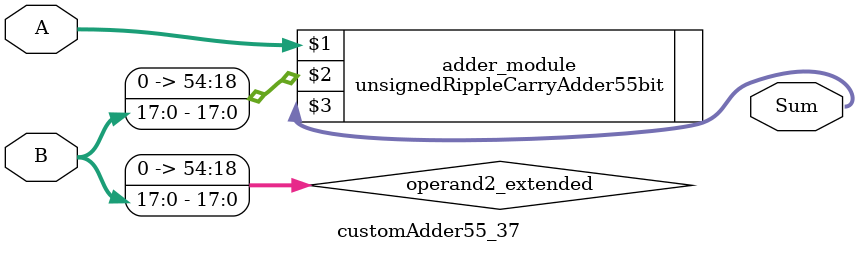
<source format=v>
module customAdder55_37(
                        input [54 : 0] A,
                        input [17 : 0] B,
                        
                        output [55 : 0] Sum
                );

        wire [54 : 0] operand2_extended;
        
        assign operand2_extended =  {37'b0, B};
        
        unsignedRippleCarryAdder55bit adder_module(
            A,
            operand2_extended,
            Sum
        );
        
        endmodule
        
</source>
